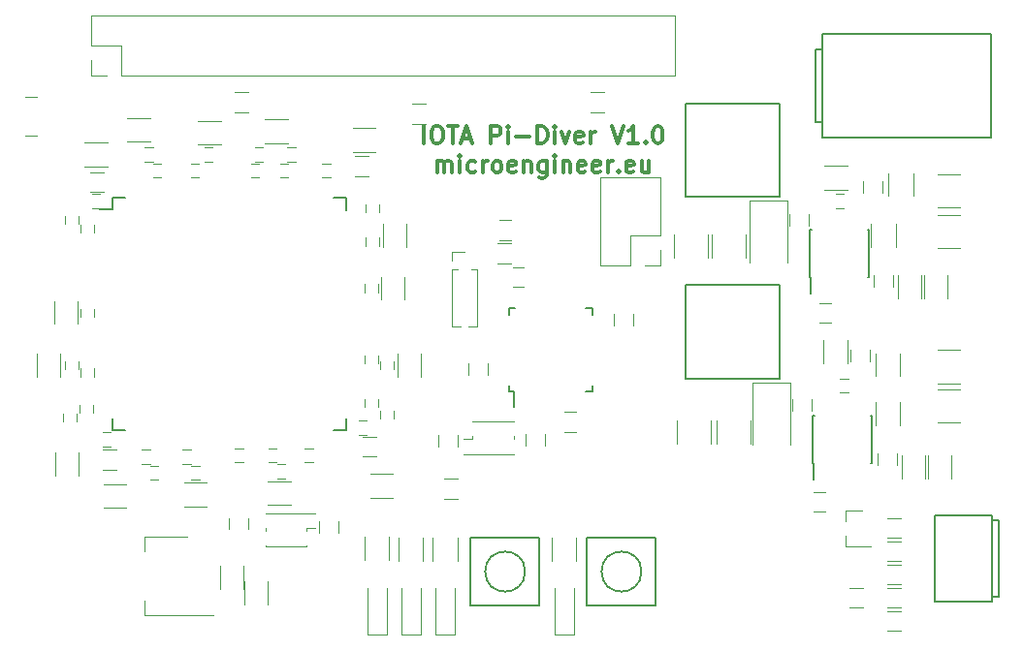
<source format=gto>
G04 #@! TF.FileFunction,Legend,Top*
%FSLAX46Y46*%
G04 Gerber Fmt 4.6, Leading zero omitted, Abs format (unit mm)*
G04 Created by KiCad (PCBNEW 4.0.7-e2-6376~58~ubuntu17.04.1) date Thu May 31 18:31:02 2018*
%MOMM*%
%LPD*%
G01*
G04 APERTURE LIST*
%ADD10C,0.100000*%
%ADD11C,0.300000*%
%ADD12C,0.150000*%
%ADD13C,0.120000*%
G04 APERTURE END LIST*
D10*
D11*
X138094144Y-80045571D02*
X138094144Y-78545571D01*
X139094144Y-78545571D02*
X139379858Y-78545571D01*
X139522716Y-78617000D01*
X139665573Y-78759857D01*
X139737001Y-79045571D01*
X139737001Y-79545571D01*
X139665573Y-79831286D01*
X139522716Y-79974143D01*
X139379858Y-80045571D01*
X139094144Y-80045571D01*
X138951287Y-79974143D01*
X138808430Y-79831286D01*
X138737001Y-79545571D01*
X138737001Y-79045571D01*
X138808430Y-78759857D01*
X138951287Y-78617000D01*
X139094144Y-78545571D01*
X140165573Y-78545571D02*
X141022716Y-78545571D01*
X140594145Y-80045571D02*
X140594145Y-78545571D01*
X141451287Y-79617000D02*
X142165573Y-79617000D01*
X141308430Y-80045571D02*
X141808430Y-78545571D01*
X142308430Y-80045571D01*
X143951287Y-80045571D02*
X143951287Y-78545571D01*
X144522715Y-78545571D01*
X144665573Y-78617000D01*
X144737001Y-78688429D01*
X144808430Y-78831286D01*
X144808430Y-79045571D01*
X144737001Y-79188429D01*
X144665573Y-79259857D01*
X144522715Y-79331286D01*
X143951287Y-79331286D01*
X145451287Y-80045571D02*
X145451287Y-79045571D01*
X145451287Y-78545571D02*
X145379858Y-78617000D01*
X145451287Y-78688429D01*
X145522715Y-78617000D01*
X145451287Y-78545571D01*
X145451287Y-78688429D01*
X146165573Y-79474143D02*
X147308430Y-79474143D01*
X148022716Y-80045571D02*
X148022716Y-78545571D01*
X148379859Y-78545571D01*
X148594144Y-78617000D01*
X148737002Y-78759857D01*
X148808430Y-78902714D01*
X148879859Y-79188429D01*
X148879859Y-79402714D01*
X148808430Y-79688429D01*
X148737002Y-79831286D01*
X148594144Y-79974143D01*
X148379859Y-80045571D01*
X148022716Y-80045571D01*
X149522716Y-80045571D02*
X149522716Y-79045571D01*
X149522716Y-78545571D02*
X149451287Y-78617000D01*
X149522716Y-78688429D01*
X149594144Y-78617000D01*
X149522716Y-78545571D01*
X149522716Y-78688429D01*
X150094145Y-79045571D02*
X150451288Y-80045571D01*
X150808430Y-79045571D01*
X151951287Y-79974143D02*
X151808430Y-80045571D01*
X151522716Y-80045571D01*
X151379859Y-79974143D01*
X151308430Y-79831286D01*
X151308430Y-79259857D01*
X151379859Y-79117000D01*
X151522716Y-79045571D01*
X151808430Y-79045571D01*
X151951287Y-79117000D01*
X152022716Y-79259857D01*
X152022716Y-79402714D01*
X151308430Y-79545571D01*
X152665573Y-80045571D02*
X152665573Y-79045571D01*
X152665573Y-79331286D02*
X152737001Y-79188429D01*
X152808430Y-79117000D01*
X152951287Y-79045571D01*
X153094144Y-79045571D01*
X154522715Y-78545571D02*
X155022715Y-80045571D01*
X155522715Y-78545571D01*
X156808429Y-80045571D02*
X155951286Y-80045571D01*
X156379858Y-80045571D02*
X156379858Y-78545571D01*
X156237001Y-78759857D01*
X156094143Y-78902714D01*
X155951286Y-78974143D01*
X157451286Y-79902714D02*
X157522714Y-79974143D01*
X157451286Y-80045571D01*
X157379857Y-79974143D01*
X157451286Y-79902714D01*
X157451286Y-80045571D01*
X158451286Y-78545571D02*
X158594143Y-78545571D01*
X158737000Y-78617000D01*
X158808429Y-78688429D01*
X158879858Y-78831286D01*
X158951286Y-79117000D01*
X158951286Y-79474143D01*
X158879858Y-79759857D01*
X158808429Y-79902714D01*
X158737000Y-79974143D01*
X158594143Y-80045571D01*
X158451286Y-80045571D01*
X158308429Y-79974143D01*
X158237000Y-79902714D01*
X158165572Y-79759857D01*
X158094143Y-79474143D01*
X158094143Y-79117000D01*
X158165572Y-78831286D01*
X158237000Y-78688429D01*
X158308429Y-78617000D01*
X158451286Y-78545571D01*
X139237001Y-82595571D02*
X139237001Y-81595571D01*
X139237001Y-81738429D02*
X139308429Y-81667000D01*
X139451287Y-81595571D01*
X139665572Y-81595571D01*
X139808429Y-81667000D01*
X139879858Y-81809857D01*
X139879858Y-82595571D01*
X139879858Y-81809857D02*
X139951287Y-81667000D01*
X140094144Y-81595571D01*
X140308429Y-81595571D01*
X140451287Y-81667000D01*
X140522715Y-81809857D01*
X140522715Y-82595571D01*
X141237001Y-82595571D02*
X141237001Y-81595571D01*
X141237001Y-81095571D02*
X141165572Y-81167000D01*
X141237001Y-81238429D01*
X141308429Y-81167000D01*
X141237001Y-81095571D01*
X141237001Y-81238429D01*
X142594144Y-82524143D02*
X142451287Y-82595571D01*
X142165573Y-82595571D01*
X142022715Y-82524143D01*
X141951287Y-82452714D01*
X141879858Y-82309857D01*
X141879858Y-81881286D01*
X141951287Y-81738429D01*
X142022715Y-81667000D01*
X142165573Y-81595571D01*
X142451287Y-81595571D01*
X142594144Y-81667000D01*
X143237001Y-82595571D02*
X143237001Y-81595571D01*
X143237001Y-81881286D02*
X143308429Y-81738429D01*
X143379858Y-81667000D01*
X143522715Y-81595571D01*
X143665572Y-81595571D01*
X144379858Y-82595571D02*
X144237000Y-82524143D01*
X144165572Y-82452714D01*
X144094143Y-82309857D01*
X144094143Y-81881286D01*
X144165572Y-81738429D01*
X144237000Y-81667000D01*
X144379858Y-81595571D01*
X144594143Y-81595571D01*
X144737000Y-81667000D01*
X144808429Y-81738429D01*
X144879858Y-81881286D01*
X144879858Y-82309857D01*
X144808429Y-82452714D01*
X144737000Y-82524143D01*
X144594143Y-82595571D01*
X144379858Y-82595571D01*
X146094143Y-82524143D02*
X145951286Y-82595571D01*
X145665572Y-82595571D01*
X145522715Y-82524143D01*
X145451286Y-82381286D01*
X145451286Y-81809857D01*
X145522715Y-81667000D01*
X145665572Y-81595571D01*
X145951286Y-81595571D01*
X146094143Y-81667000D01*
X146165572Y-81809857D01*
X146165572Y-81952714D01*
X145451286Y-82095571D01*
X146808429Y-81595571D02*
X146808429Y-82595571D01*
X146808429Y-81738429D02*
X146879857Y-81667000D01*
X147022715Y-81595571D01*
X147237000Y-81595571D01*
X147379857Y-81667000D01*
X147451286Y-81809857D01*
X147451286Y-82595571D01*
X148808429Y-81595571D02*
X148808429Y-82809857D01*
X148737000Y-82952714D01*
X148665572Y-83024143D01*
X148522715Y-83095571D01*
X148308429Y-83095571D01*
X148165572Y-83024143D01*
X148808429Y-82524143D02*
X148665572Y-82595571D01*
X148379858Y-82595571D01*
X148237000Y-82524143D01*
X148165572Y-82452714D01*
X148094143Y-82309857D01*
X148094143Y-81881286D01*
X148165572Y-81738429D01*
X148237000Y-81667000D01*
X148379858Y-81595571D01*
X148665572Y-81595571D01*
X148808429Y-81667000D01*
X149522715Y-82595571D02*
X149522715Y-81595571D01*
X149522715Y-81095571D02*
X149451286Y-81167000D01*
X149522715Y-81238429D01*
X149594143Y-81167000D01*
X149522715Y-81095571D01*
X149522715Y-81238429D01*
X150237001Y-81595571D02*
X150237001Y-82595571D01*
X150237001Y-81738429D02*
X150308429Y-81667000D01*
X150451287Y-81595571D01*
X150665572Y-81595571D01*
X150808429Y-81667000D01*
X150879858Y-81809857D01*
X150879858Y-82595571D01*
X152165572Y-82524143D02*
X152022715Y-82595571D01*
X151737001Y-82595571D01*
X151594144Y-82524143D01*
X151522715Y-82381286D01*
X151522715Y-81809857D01*
X151594144Y-81667000D01*
X151737001Y-81595571D01*
X152022715Y-81595571D01*
X152165572Y-81667000D01*
X152237001Y-81809857D01*
X152237001Y-81952714D01*
X151522715Y-82095571D01*
X153451286Y-82524143D02*
X153308429Y-82595571D01*
X153022715Y-82595571D01*
X152879858Y-82524143D01*
X152808429Y-82381286D01*
X152808429Y-81809857D01*
X152879858Y-81667000D01*
X153022715Y-81595571D01*
X153308429Y-81595571D01*
X153451286Y-81667000D01*
X153522715Y-81809857D01*
X153522715Y-81952714D01*
X152808429Y-82095571D01*
X154165572Y-82595571D02*
X154165572Y-81595571D01*
X154165572Y-81881286D02*
X154237000Y-81738429D01*
X154308429Y-81667000D01*
X154451286Y-81595571D01*
X154594143Y-81595571D01*
X155094143Y-82452714D02*
X155165571Y-82524143D01*
X155094143Y-82595571D01*
X155022714Y-82524143D01*
X155094143Y-82452714D01*
X155094143Y-82595571D01*
X156379857Y-82524143D02*
X156237000Y-82595571D01*
X155951286Y-82595571D01*
X155808429Y-82524143D01*
X155737000Y-82381286D01*
X155737000Y-81809857D01*
X155808429Y-81667000D01*
X155951286Y-81595571D01*
X156237000Y-81595571D01*
X156379857Y-81667000D01*
X156451286Y-81809857D01*
X156451286Y-81952714D01*
X155737000Y-82095571D01*
X157737000Y-81595571D02*
X157737000Y-82595571D01*
X157094143Y-81595571D02*
X157094143Y-82381286D01*
X157165571Y-82524143D01*
X157308429Y-82595571D01*
X157522714Y-82595571D01*
X157665571Y-82524143D01*
X157737000Y-82452714D01*
D12*
X172850000Y-78215000D02*
X172250000Y-78215000D01*
X172250000Y-78215000D02*
X172250000Y-71815000D01*
X172250000Y-71815000D02*
X172850000Y-71815000D01*
X172850000Y-79515000D02*
X172850000Y-70515000D01*
X187650000Y-79515000D02*
X187650000Y-70515000D01*
X187650000Y-79515000D02*
X172850000Y-79515000D01*
X187650000Y-70515000D02*
X172850000Y-70515000D01*
X110918100Y-84792600D02*
X110918100Y-85792600D01*
X131268100Y-84792600D02*
X131268100Y-85867600D01*
X131268100Y-105142600D02*
X131268100Y-104067600D01*
X110918100Y-105142600D02*
X110918100Y-104067600D01*
X110918100Y-84792600D02*
X111993100Y-84792600D01*
X110918100Y-105142600D02*
X111993100Y-105142600D01*
X131268100Y-105142600D02*
X130193100Y-105142600D01*
X131268100Y-84792600D02*
X130193100Y-84792600D01*
X110918100Y-85792600D02*
X109818100Y-85792600D01*
D13*
X169822000Y-85084000D02*
X166522000Y-85084000D01*
X166522000Y-85084000D02*
X166522000Y-90484000D01*
X169822000Y-85084000D02*
X169822000Y-90484000D01*
X122737000Y-77331000D02*
X121537000Y-77331000D01*
X121537000Y-75571000D02*
X122737000Y-75571000D01*
X138231000Y-78347000D02*
X137031000Y-78347000D01*
X137031000Y-76587000D02*
X138231000Y-76587000D01*
X159977000Y-74098000D02*
X159977000Y-68898000D01*
X111657000Y-74098000D02*
X159977000Y-74098000D01*
X109057000Y-68898000D02*
X159977000Y-68898000D01*
X111657000Y-74098000D02*
X111657000Y-71498000D01*
X111657000Y-71498000D02*
X109057000Y-71498000D01*
X109057000Y-71498000D02*
X109057000Y-68898000D01*
X110387000Y-74098000D02*
X109057000Y-74098000D01*
X109057000Y-74098000D02*
X109057000Y-72768000D01*
X182138000Y-107304000D02*
X182138000Y-109304000D01*
X184178000Y-109304000D02*
X184178000Y-107304000D01*
X179852000Y-107304000D02*
X179852000Y-109304000D01*
X181892000Y-109304000D02*
X181892000Y-107304000D01*
X172133000Y-112226000D02*
X173133000Y-112226000D01*
X173133000Y-110526000D02*
X172133000Y-110526000D01*
X177736000Y-107177000D02*
X177736000Y-108177000D01*
X179436000Y-108177000D02*
X179436000Y-107177000D01*
X171943000Y-103383000D02*
X171943000Y-102383000D01*
X170243000Y-102383000D02*
X170243000Y-103383000D01*
X175323000Y-98065000D02*
X175323000Y-99065000D01*
X177023000Y-99065000D02*
X177023000Y-98065000D01*
X174438000Y-100616000D02*
X175138000Y-100616000D01*
X175138000Y-101816000D02*
X174438000Y-101816000D01*
X163175000Y-106280000D02*
X163175000Y-104280000D01*
X160215000Y-104280000D02*
X160215000Y-106280000D01*
X166604000Y-106304000D02*
X166604000Y-104304000D01*
X163644000Y-104304000D02*
X163644000Y-106304000D01*
X170076000Y-100959000D02*
X166776000Y-100959000D01*
X166776000Y-100959000D02*
X166776000Y-106359000D01*
X170076000Y-100959000D02*
X170076000Y-106359000D01*
D12*
X169167000Y-100617000D02*
X160967000Y-100617000D01*
X169167000Y-92417000D02*
X160967000Y-92417000D01*
X169167000Y-100617000D02*
X169167000Y-92417000D01*
X160967000Y-100617000D02*
X160967000Y-92417000D01*
D13*
X172944000Y-99242000D02*
X172944000Y-97242000D01*
X175084000Y-97242000D02*
X175084000Y-99242000D01*
X177516000Y-100385000D02*
X177516000Y-98385000D01*
X179656000Y-98385000D02*
X179656000Y-100385000D01*
X177516000Y-104682000D02*
X177516000Y-102682000D01*
X179656000Y-102682000D02*
X179656000Y-104682000D01*
D12*
X172074000Y-107990000D02*
X172124000Y-107990000D01*
X172074000Y-103840000D02*
X172219000Y-103840000D01*
X177224000Y-103840000D02*
X177079000Y-103840000D01*
X177224000Y-107990000D02*
X177079000Y-107990000D01*
X172074000Y-107990000D02*
X172074000Y-103840000D01*
X177224000Y-107990000D02*
X177224000Y-103840000D01*
X172124000Y-107990000D02*
X172124000Y-109390000D01*
D13*
X181757000Y-91556000D02*
X181757000Y-93556000D01*
X183797000Y-93556000D02*
X183797000Y-91556000D01*
X179471000Y-91556000D02*
X179471000Y-93556000D01*
X181511000Y-93556000D02*
X181511000Y-91556000D01*
X172609000Y-95716000D02*
X173609000Y-95716000D01*
X173609000Y-94016000D02*
X172609000Y-94016000D01*
X177355000Y-91588000D02*
X177355000Y-92588000D01*
X179055000Y-92588000D02*
X179055000Y-91588000D01*
X171689000Y-87222000D02*
X171689000Y-86222000D01*
X169989000Y-86222000D02*
X169989000Y-87222000D01*
X176466000Y-83333000D02*
X176466000Y-84333000D01*
X178166000Y-84333000D02*
X178166000Y-83333000D01*
X174033000Y-84487000D02*
X174733000Y-84487000D01*
X174733000Y-85687000D02*
X174033000Y-85687000D01*
X162921000Y-90048000D02*
X162921000Y-88048000D01*
X159961000Y-88048000D02*
X159961000Y-90048000D01*
X166223000Y-90048000D02*
X166223000Y-88048000D01*
X163263000Y-88048000D02*
X163263000Y-90048000D01*
D12*
X169167000Y-84742000D02*
X160967000Y-84742000D01*
X169167000Y-76542000D02*
X160967000Y-76542000D01*
X169167000Y-84742000D02*
X169167000Y-76542000D01*
X160967000Y-84742000D02*
X160967000Y-76542000D01*
D13*
X173067000Y-81985000D02*
X175067000Y-81985000D01*
X175067000Y-84125000D02*
X173067000Y-84125000D01*
X178659000Y-84637000D02*
X178659000Y-82637000D01*
X180799000Y-82637000D02*
X180799000Y-84637000D01*
X177135000Y-89082000D02*
X177135000Y-87082000D01*
X179275000Y-87082000D02*
X179275000Y-89082000D01*
D12*
X171820000Y-91734000D02*
X171870000Y-91734000D01*
X171820000Y-87584000D02*
X171965000Y-87584000D01*
X176970000Y-87584000D02*
X176825000Y-87584000D01*
X176970000Y-91734000D02*
X176825000Y-91734000D01*
X171820000Y-91734000D02*
X171820000Y-87584000D01*
X176970000Y-91734000D02*
X176970000Y-87584000D01*
X171870000Y-91734000D02*
X171870000Y-93134000D01*
D13*
X124488000Y-120353000D02*
X124488000Y-118353000D01*
X122448000Y-118353000D02*
X122448000Y-120353000D01*
X113684000Y-114443000D02*
X113684000Y-115703000D01*
X113684000Y-121263000D02*
X113684000Y-120003000D01*
X117444000Y-114443000D02*
X113684000Y-114443000D01*
X119694000Y-121263000D02*
X113684000Y-121263000D01*
X113732000Y-80423000D02*
X114432000Y-80423000D01*
X114432000Y-81623000D02*
X113732000Y-81623000D01*
X125965000Y-109309000D02*
X125265000Y-109309000D01*
X125265000Y-108109000D02*
X125965000Y-108109000D01*
X134228000Y-88305000D02*
X134228000Y-89005000D01*
X133028000Y-89005000D02*
X133028000Y-88305000D01*
X109336000Y-87162000D02*
X109336000Y-87862000D01*
X108136000Y-87862000D02*
X108136000Y-87162000D01*
X118937952Y-80423000D02*
X119637952Y-80423000D01*
X119637952Y-81623000D02*
X118937952Y-81623000D01*
X122306000Y-107912000D02*
X121606000Y-107912000D01*
X121606000Y-106712000D02*
X122306000Y-106712000D01*
X132901000Y-99268000D02*
X132901000Y-98568000D01*
X134101000Y-98568000D02*
X134101000Y-99268000D01*
X114470000Y-81820000D02*
X115170000Y-81820000D01*
X115170000Y-83020000D02*
X114470000Y-83020000D01*
X124060000Y-81623000D02*
X123360000Y-81623000D01*
X123360000Y-80423000D02*
X124060000Y-80423000D01*
X118496000Y-109436000D02*
X117796000Y-109436000D01*
X117796000Y-108236000D02*
X118496000Y-108236000D01*
X132901000Y-103078000D02*
X132901000Y-102378000D01*
X134101000Y-102378000D02*
X134101000Y-103078000D01*
X118472000Y-83020000D02*
X117772000Y-83020000D01*
X117772000Y-81820000D02*
X118472000Y-81820000D01*
X126878000Y-81623000D02*
X126178000Y-81623000D01*
X126178000Y-80423000D02*
X126878000Y-80423000D01*
X114916000Y-109436000D02*
X114216000Y-109436000D01*
X114216000Y-108236000D02*
X114916000Y-108236000D01*
X125203000Y-107912000D02*
X124503000Y-107912000D01*
X124503000Y-106712000D02*
X125203000Y-106712000D01*
X123703000Y-83020000D02*
X123003000Y-83020000D01*
X123003000Y-81820000D02*
X123703000Y-81820000D01*
X134101000Y-92369000D02*
X134101000Y-93069000D01*
X132901000Y-93069000D02*
X132901000Y-92369000D01*
X106739000Y-99800000D02*
X106739000Y-99100000D01*
X107939000Y-99100000D02*
X107939000Y-99800000D01*
X117734000Y-108039000D02*
X117034000Y-108039000D01*
X117034000Y-106839000D02*
X117734000Y-106839000D01*
X125519000Y-81820000D02*
X126219000Y-81820000D01*
X126219000Y-83020000D02*
X125519000Y-83020000D01*
X135498000Y-99100000D02*
X135498000Y-99800000D01*
X134298000Y-99800000D02*
X134298000Y-99100000D01*
X108136000Y-95204000D02*
X108136000Y-94504000D01*
X109336000Y-94504000D02*
X109336000Y-95204000D01*
X114178000Y-108039000D02*
X113478000Y-108039000D01*
X113478000Y-106839000D02*
X114178000Y-106839000D01*
X129214000Y-81820000D02*
X129914000Y-81820000D01*
X129914000Y-83020000D02*
X129214000Y-83020000D01*
X108009000Y-103610000D02*
X108009000Y-102910000D01*
X109209000Y-102910000D02*
X109209000Y-103610000D01*
X110049000Y-105315000D02*
X110749000Y-105315000D01*
X110749000Y-106515000D02*
X110049000Y-106515000D01*
X109336000Y-99735000D02*
X109336000Y-100435000D01*
X108136000Y-100435000D02*
X108136000Y-99735000D01*
X107939000Y-86400000D02*
X107939000Y-87100000D01*
X106739000Y-87100000D02*
X106739000Y-86400000D01*
X127702000Y-106712000D02*
X128402000Y-106712000D01*
X128402000Y-107912000D02*
X127702000Y-107912000D01*
X134228000Y-85384000D02*
X134228000Y-86084000D01*
X133028000Y-86084000D02*
X133028000Y-85384000D01*
X133077000Y-105499000D02*
X132377000Y-105499000D01*
X132377000Y-104299000D02*
X133077000Y-104299000D01*
X134298000Y-104094000D02*
X134298000Y-103394000D01*
X135498000Y-103394000D02*
X135498000Y-104094000D01*
X109136000Y-84487000D02*
X109836000Y-84487000D01*
X109836000Y-85687000D02*
X109136000Y-85687000D01*
X106612000Y-104348000D02*
X106612000Y-103648000D01*
X107812000Y-103648000D02*
X107812000Y-104348000D01*
X135783000Y-98438000D02*
X135783000Y-100438000D01*
X137823000Y-100438000D02*
X137823000Y-98438000D01*
X106327000Y-100438000D02*
X106327000Y-98438000D01*
X104287000Y-98438000D02*
X104287000Y-100438000D01*
X119134000Y-109721000D02*
X117134000Y-109721000D01*
X117134000Y-111761000D02*
X119134000Y-111761000D01*
X134386000Y-91707000D02*
X134386000Y-93707000D01*
X136426000Y-93707000D02*
X136426000Y-91707000D01*
X124193000Y-80011000D02*
X126193000Y-80011000D01*
X126193000Y-77971000D02*
X124193000Y-77971000D01*
X126447000Y-109594000D02*
X124447000Y-109594000D01*
X124447000Y-111634000D02*
X126447000Y-111634000D01*
X107851000Y-95813000D02*
X107851000Y-93813000D01*
X105811000Y-93813000D02*
X105811000Y-95813000D01*
X118351000Y-80138000D02*
X120351000Y-80138000D01*
X120351000Y-78098000D02*
X118351000Y-78098000D01*
X107978000Y-109074000D02*
X107978000Y-107074000D01*
X105938000Y-107074000D02*
X105938000Y-109074000D01*
X134513000Y-87082000D02*
X134513000Y-89082000D01*
X136553000Y-89082000D02*
X136553000Y-87082000D01*
X110445000Y-80003000D02*
X108445000Y-80003000D01*
X108445000Y-82043000D02*
X110445000Y-82043000D01*
X133890000Y-78733000D02*
X131890000Y-78733000D01*
X131890000Y-80773000D02*
X133890000Y-80773000D01*
X112205000Y-79884000D02*
X114205000Y-79884000D01*
X114205000Y-77844000D02*
X112205000Y-77844000D01*
X135414000Y-108959000D02*
X133414000Y-108959000D01*
X133414000Y-110999000D02*
X135414000Y-110999000D01*
X110125000Y-111888000D02*
X112125000Y-111888000D01*
X112125000Y-109848000D02*
X110125000Y-109848000D01*
X145669000Y-86777000D02*
X144669000Y-86777000D01*
X144669000Y-88477000D02*
X145669000Y-88477000D01*
X150384000Y-105241000D02*
X151384000Y-105241000D01*
X151384000Y-103541000D02*
X150384000Y-103541000D01*
X141960858Y-99277660D02*
X141960858Y-100277660D01*
X143660858Y-100277660D02*
X143660858Y-99277660D01*
X146844000Y-90910660D02*
X145844000Y-90910660D01*
X145844000Y-92610660D02*
X146844000Y-92610660D01*
X156360858Y-95959660D02*
X156360858Y-94959660D01*
X154660858Y-94959660D02*
X154660858Y-95959660D01*
X140519000Y-96069000D02*
X141321470Y-96069000D01*
X141936530Y-96069000D02*
X142739000Y-96069000D01*
X140519000Y-91054000D02*
X140519000Y-96069000D01*
X142739000Y-91054000D02*
X142739000Y-96069000D01*
X140519000Y-91054000D02*
X141065529Y-91054000D01*
X142192471Y-91054000D02*
X142739000Y-91054000D01*
X140519000Y-90294000D02*
X140519000Y-89534000D01*
X140519000Y-89534000D02*
X141629000Y-89534000D01*
X174921000Y-112148000D02*
X174921000Y-113078000D01*
X174921000Y-115308000D02*
X174921000Y-114378000D01*
X174921000Y-115308000D02*
X177081000Y-115308000D01*
X174921000Y-112148000D02*
X176381000Y-112148000D01*
X178555000Y-112782000D02*
X179755000Y-112782000D01*
X179755000Y-114542000D02*
X178555000Y-114542000D01*
X179760000Y-118606000D02*
X178560000Y-118606000D01*
X178560000Y-116846000D02*
X179760000Y-116846000D01*
X179760000Y-116574000D02*
X178560000Y-116574000D01*
X178560000Y-114814000D02*
X179760000Y-114814000D01*
X178555000Y-118878000D02*
X179755000Y-118878000D01*
X179755000Y-120638000D02*
X178555000Y-120638000D01*
X179760000Y-122670000D02*
X178560000Y-122670000D01*
X178560000Y-120910000D02*
X179760000Y-120910000D01*
X176458000Y-120638000D02*
X175258000Y-120638000D01*
X175258000Y-118878000D02*
X176458000Y-118878000D01*
X144519000Y-88779000D02*
X145719000Y-88779000D01*
X145719000Y-90539000D02*
X144519000Y-90539000D01*
D12*
X157095000Y-117472000D02*
G75*
G03X157095000Y-117472000I-1750000J0D01*
G01*
X158345000Y-114472000D02*
X158345000Y-120472000D01*
X158345000Y-120472000D02*
X152345000Y-120472000D01*
X152345000Y-120472000D02*
X152345000Y-114472000D01*
X152345000Y-114472000D02*
X158345000Y-114472000D01*
X145535858Y-101735660D02*
X145985858Y-101735660D01*
X145535858Y-94485660D02*
X146060858Y-94485660D01*
X152785858Y-94485660D02*
X152260858Y-94485660D01*
X152785858Y-101735660D02*
X152260858Y-101735660D01*
X145535858Y-101735660D02*
X145535858Y-101210660D01*
X152785858Y-101735660D02*
X152785858Y-101210660D01*
X152785858Y-94485660D02*
X152785858Y-95010660D01*
X145535858Y-94485660D02*
X145535858Y-95010660D01*
X145985858Y-101735660D02*
X145985858Y-103110660D01*
X188321000Y-119636000D02*
X187721000Y-119636000D01*
X188321000Y-119636000D02*
X188321000Y-112986000D01*
X188321000Y-112986000D02*
X187721000Y-112986000D01*
X187721000Y-120086000D02*
X182721000Y-120086000D01*
X182721000Y-120086000D02*
X182721000Y-112586000D01*
X182721000Y-112586000D02*
X185671000Y-112586000D01*
X185571000Y-112586000D02*
X187721000Y-112586000D01*
X187721000Y-112586000D02*
X187721000Y-120086000D01*
X187721000Y-120086000D02*
X185571000Y-120086000D01*
D13*
X120289000Y-116964000D02*
X120289000Y-118964000D01*
X122329000Y-118964000D02*
X122329000Y-116964000D01*
X153852000Y-77331000D02*
X152652000Y-77331000D01*
X152652000Y-75571000D02*
X153852000Y-75571000D01*
X133150000Y-123000000D02*
X134850000Y-123000000D01*
X134850000Y-122950000D02*
X134850000Y-118900000D01*
X133150000Y-122950000D02*
X133150000Y-118900000D01*
X136102000Y-123000000D02*
X137802000Y-123000000D01*
X137802000Y-122950000D02*
X137802000Y-118900000D01*
X136102000Y-122950000D02*
X136102000Y-118900000D01*
X139102000Y-123000000D02*
X140802000Y-123000000D01*
X140802000Y-122950000D02*
X140802000Y-118900000D01*
X139102000Y-122950000D02*
X139102000Y-118900000D01*
X149485000Y-123000000D02*
X151185000Y-123000000D01*
X151185000Y-122950000D02*
X151185000Y-118900000D01*
X149485000Y-122950000D02*
X149485000Y-118900000D01*
X132930000Y-116450000D02*
X132930000Y-114450000D01*
X135070000Y-114450000D02*
X135070000Y-116450000D01*
X135882000Y-116500000D02*
X135882000Y-114500000D01*
X138022000Y-114500000D02*
X138022000Y-116500000D01*
X138882000Y-116500000D02*
X138882000Y-114500000D01*
X141022000Y-114500000D02*
X141022000Y-116500000D01*
X149265000Y-116500000D02*
X149265000Y-114500000D01*
X151405000Y-114500000D02*
X151405000Y-116500000D01*
X128968000Y-113051000D02*
X128968000Y-114051000D01*
X130668000Y-114051000D02*
X130668000Y-113051000D01*
X122794000Y-113781000D02*
X122794000Y-112781000D01*
X121094000Y-112781000D02*
X121094000Y-113781000D01*
X148702000Y-106431000D02*
X148702000Y-105431000D01*
X147002000Y-105431000D02*
X147002000Y-106431000D01*
X127861000Y-115227000D02*
X127861000Y-115252000D01*
X127861000Y-115252000D02*
X124261000Y-115252000D01*
X124261000Y-115252000D02*
X124261000Y-115227000D01*
X128586000Y-112377000D02*
X127861000Y-112377000D01*
X127861000Y-112377000D02*
X127861000Y-112352000D01*
X127861000Y-112352000D02*
X124261000Y-112352000D01*
X124261000Y-112352000D02*
X124261000Y-112377000D01*
X128586000Y-113677000D02*
X127861000Y-113677000D01*
X127861000Y-113677000D02*
X127861000Y-113927000D01*
X124261000Y-113927000D02*
X124261000Y-113677000D01*
X142316000Y-104350000D02*
X142316000Y-104325000D01*
X142316000Y-104325000D02*
X145916000Y-104325000D01*
X145916000Y-104325000D02*
X145916000Y-104350000D01*
X141591000Y-107200000D02*
X142316000Y-107200000D01*
X142316000Y-107200000D02*
X142316000Y-107225000D01*
X142316000Y-107225000D02*
X145916000Y-107225000D01*
X145916000Y-107225000D02*
X145916000Y-107200000D01*
X141591000Y-105900000D02*
X142316000Y-105900000D01*
X142316000Y-105900000D02*
X142316000Y-105650000D01*
X145916000Y-105650000D02*
X145916000Y-105900000D01*
X141082000Y-106558000D02*
X141082000Y-105558000D01*
X139382000Y-105558000D02*
X139382000Y-106558000D01*
X141025000Y-111113000D02*
X139825000Y-111113000D01*
X139825000Y-109353000D02*
X141025000Y-109353000D01*
D12*
X146935000Y-117472000D02*
G75*
G03X146935000Y-117472000I-1750000J0D01*
G01*
X142185000Y-120472000D02*
X142185000Y-114472000D01*
X142185000Y-114472000D02*
X148185000Y-114472000D01*
X148185000Y-114472000D02*
X148185000Y-120472000D01*
X148185000Y-120472000D02*
X142185000Y-120472000D01*
D13*
X182944000Y-89234000D02*
X184944000Y-89234000D01*
X184944000Y-86274000D02*
X182944000Y-86274000D01*
X182944000Y-85678000D02*
X184944000Y-85678000D01*
X184944000Y-82718000D02*
X182944000Y-82718000D01*
X182920000Y-101045000D02*
X184920000Y-101045000D01*
X184920000Y-98085000D02*
X182920000Y-98085000D01*
X182944000Y-104474000D02*
X184944000Y-104474000D01*
X184944000Y-101514000D02*
X182944000Y-101514000D01*
X110041000Y-106813000D02*
X111241000Y-106813000D01*
X111241000Y-108573000D02*
X110041000Y-108573000D01*
X133273000Y-82919000D02*
X132073000Y-82919000D01*
X132073000Y-81159000D02*
X133273000Y-81159000D01*
X108964000Y-82556000D02*
X110164000Y-82556000D01*
X110164000Y-84316000D02*
X108964000Y-84316000D01*
X133913000Y-107430000D02*
X132713000Y-107430000D01*
X132713000Y-105670000D02*
X133913000Y-105670000D01*
X158707000Y-82995000D02*
X153507000Y-82995000D01*
X158707000Y-88135000D02*
X158707000Y-82995000D01*
X153507000Y-90735000D02*
X153507000Y-82995000D01*
X158707000Y-88135000D02*
X156107000Y-88135000D01*
X156107000Y-88135000D02*
X156107000Y-90735000D01*
X156107000Y-90735000D02*
X153507000Y-90735000D01*
X158707000Y-89405000D02*
X158707000Y-90735000D01*
X158707000Y-90735000D02*
X157377000Y-90735000D01*
X104272000Y-79344000D02*
X103272000Y-79344000D01*
X104272000Y-75984000D02*
X103272000Y-75984000D01*
M02*

</source>
